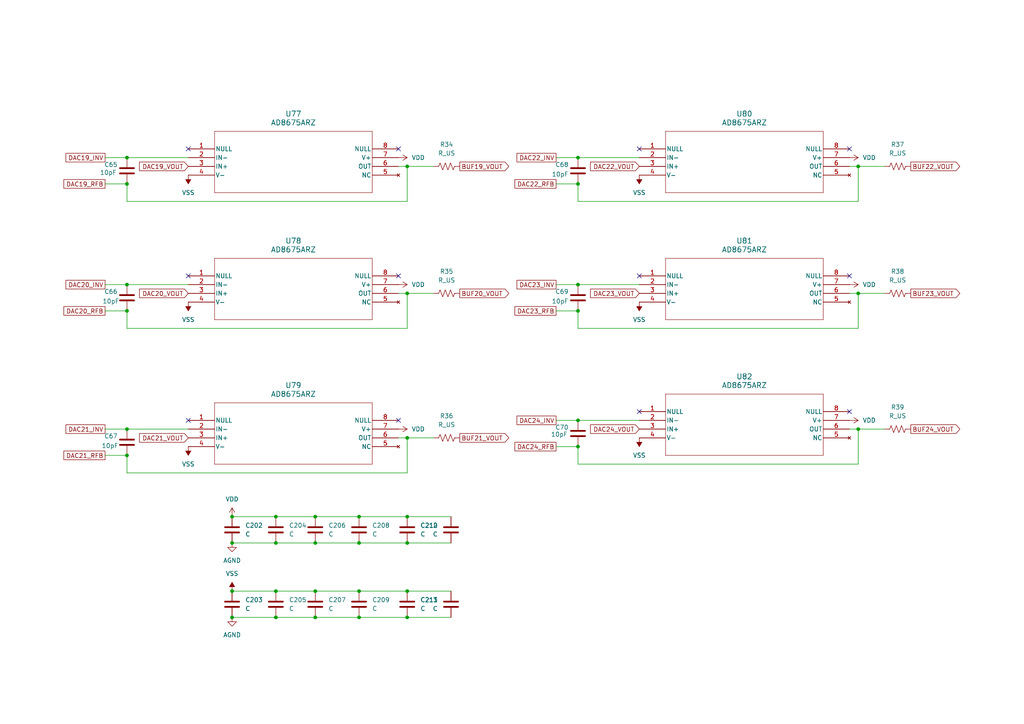
<source format=kicad_sch>
(kicad_sch (version 20250114) (generator "eeschema") (generator_version "9.0")
  (paper "A4")
  (lib_symbols
    (symbol "2025-11-19_01-14-20:AD8675ARZ" (pin_names (offset 0.254))
      (property "Reference" "U" (at 30.48 10.16 0))
      (property "Value" "AD8675ARZ" (at 30.48 7.62 0))
      (symbol "AD8675ARZ_0_1"
        (polyline (pts (xy 7.62 5.08) (xy 7.62 -12.7)) (stroke (width 0.127)))
        (polyline (pts (xy 7.62 -12.7) (xy 53.34 -12.7)) (stroke (width 0.127)))
        (polyline (pts (xy 53.34 5.08) (xy 7.62 5.08)) (stroke (width 0.127)))
        (polyline (pts (xy 53.34 -12.7) (xy 53.34 5.08)) (stroke (width 0.127)))
        (pin unspecified line (at 0 0 0) (length 7.62) (name "NULL") (number "1"))
        (pin input line (at 0 -2.54 0) (length 7.62) (name "IN-") (number "2"))
        (pin input line (at 0 -5.08 0) (length 7.62) (name "IN+") (number "3"))
        (pin power_in line (at 0 -7.62 0) (length 7.62) (name "V-") (number "4"))
        (pin unspecified line (at 60.96 0 180) (length 7.62) (name "NULL") (number "8"))
        (pin power_in line (at 60.96 -2.54 180) (length 7.62) (name "V+") (number "7"))
        (pin output line (at 60.96 -5.08 180) (length 7.62) (name "OUT") (number "6"))
        (pin no_connect line (at 60.96 -7.62 180) (length 7.62) (name "NC") (number "5"))
      )
    )
    (symbol "Device:C" (pin_numbers (hide yes)) (pin_names (offset 0.254))
      (property "Reference" "C" (at 0.635 2.54 0))
      (property "Value" "C" (at 0.635 -2.54 0))
      (symbol "C_0_1"
        (polyline (pts (xy -2.032 0.762) (xy 2.032 0.762)) (stroke (width 0.508)))
        (polyline (pts (xy -2.032 -0.762) (xy 2.032 -0.762)) (stroke (width 0.508)))
      )
      (symbol "C_1_1"
        (pin passive line (at 0 3.81 270) (length 2.794) (name "~") (number "1"))
        (pin passive line (at 0 -3.81 90) (length 2.794) (name "~") (number "2"))
      )
    )
    (symbol "Device:R_US" (pin_numbers (hide yes)) (pin_names (offset 0))
      (property "Reference" "R" (at 2.54 0 90))
      (property "Value" "R_US" (at -2.54 0 90))
      (symbol "R_US_0_1"
        (polyline (pts (xy 0 2.286) (xy 0 2.54)))
        (polyline (pts (xy 0 2.286) (xy 1.016 1.905) (xy 0 1.524) (xy -1.016 1.143) (xy 0 0.762)))
        (polyline (pts (xy 0 0.762) (xy 1.016 0.381) (xy 0 0) (xy -1.016 -0.381) (xy 0 -0.762)))
        (polyline (pts (xy 0 -0.762) (xy 1.016 -1.143) (xy 0 -1.524) (xy -1.016 -1.905) (xy 0 -2.286)))
        (polyline (pts (xy 0 -2.286) (xy 0 -2.54)))
      )
      (symbol "R_US_1_1"
        (pin passive line (at 0 3.81 270) (length 1.27) (name "~") (number "1"))
        (pin passive line (at 0 -3.81 90) (length 1.27) (name "~") (number "2"))
      )
    )
    (symbol "power:GND" (power) (pin_numbers (hide yes)) (pin_names (offset 0) (hide yes))
      (property "Value" "GND" (at 0 -3.81 0))
      (symbol "GND_0_1"
        (polyline (pts (xy 0 0) (xy 0 -1.27) (xy 1.27 -1.27) (xy 0 -2.54) (xy -1.27 -1.27) (xy 0 -1.27)))
      )
      (symbol "GND_1_1"
        (pin power_in line (at 0 0 270) (length 0) (name "~") (number "1"))
      )
    )
    (symbol "power:VDD" (power) (pin_numbers (hide yes)) (pin_names (offset 0) (hide yes))
      (property "Value" "VDD" (at 0 3.556 0))
      (symbol "VDD_0_1"
        (polyline (pts (xy -0.762 1.27) (xy 0 2.54)))
        (polyline (pts (xy 0 2.54) (xy 0.762 1.27)))
        (polyline (pts (xy 0 0) (xy 0 2.54)))
      )
      (symbol "VDD_1_1"
        (pin power_in line (at 0 0 90) (length 0) (name "~") (number "1"))
      )
    )
    (symbol "power:VSS" (power) (pin_numbers (hide yes)) (pin_names (offset 0) (hide yes))
      (property "Value" "VSS" (at 0 3.556 0))
      (symbol "VSS_0_1"
        (polyline (pts (xy 0 0) (xy 0 2.54)))
        (polyline (pts (xy 0.762 1.27) (xy -0.762 1.27) (xy 0 2.54) (xy 0.762 1.27)) (fill (type outline)))
      )
      (symbol "VSS_1_1"
        (pin power_in line (at 0 0 90) (length 0) (name "~") (number "1"))
      )
    )
  )
  (junction (at 248.92 48.26))
  (junction (at 104.14 179.07))
  (junction (at 167.64 121.92))
  (junction (at 248.92 85.09))
  (junction (at 104.14 149.86))
  (junction (at 67.31 179.07))
  (junction (at 36.83 53.34))
  (junction (at 118.11 171.45))
  (junction (at 36.83 45.72))
  (junction (at 91.44 179.07))
  (junction (at 118.11 149.86))
  (junction (at 67.31 171.45))
  (junction (at 36.83 90.17))
  (junction (at 80.01 149.86))
  (junction (at 248.92 124.46))
  (junction (at 167.64 53.34))
  (junction (at 80.01 179.07))
  (junction (at 36.83 82.55))
  (junction (at 67.31 157.48))
  (junction (at 91.44 149.86))
  (junction (at 118.11 157.48))
  (junction (at 36.83 124.46))
  (junction (at 91.44 171.45))
  (junction (at 167.64 82.55))
  (junction (at 104.14 157.48))
  (junction (at 118.11 48.26))
  (junction (at 36.83 132.08))
  (junction (at 167.64 90.17))
  (junction (at 80.01 157.48))
  (junction (at 167.64 45.72))
  (junction (at 104.14 171.45))
  (junction (at 167.64 129.54))
  (junction (at 118.11 179.07))
  (junction (at 118.11 127))
  (junction (at 118.11 85.09))
  (junction (at 91.44 157.48))
  (junction (at 80.01 171.45))
  (junction (at 67.31 149.86))
  (no_connect (at 185.42 43.18))
  (no_connect (at 54.61 121.92))
  (no_connect (at 115.57 80.01))
  (no_connect (at 115.57 43.18))
  (no_connect (at 246.38 80.01))
  (no_connect (at 246.38 43.18))
  (no_connect (at 54.61 80.01))
  (no_connect (at 185.42 119.38))
  (no_connect (at 246.38 119.38))
  (no_connect (at 54.61 43.18))
  (no_connect (at 115.57 121.92))
  (no_connect (at 185.42 80.01))
  (wire (pts (xy 91.44 149.86) (xy 104.14 149.86)))
  (wire (pts (xy 67.31 149.86) (xy 80.01 149.86)))
  (wire (pts (xy 118.11 85.09) (xy 125.73 85.09)))
  (wire (pts (xy 36.83 82.55) (xy 54.61 82.55)))
  (wire (pts (xy 91.44 157.48) (xy 104.14 157.48)))
  (wire (pts (xy 161.29 129.54) (xy 167.64 129.54)))
  (wire (pts (xy 30.48 124.46) (xy 36.83 124.46)))
  (wire (pts (xy 248.92 85.09) (xy 256.54 85.09)))
  (wire (pts (xy 118.11 58.42) (xy 118.11 48.26)))
  (wire (pts (xy 80.01 157.48) (xy 91.44 157.48)))
  (wire (pts (xy 248.92 95.25) (xy 248.92 85.09)))
  (wire (pts (xy 248.92 124.46) (xy 256.54 124.46)))
  (wire (pts (xy 30.48 132.08) (xy 36.83 132.08)))
  (wire (pts (xy 161.29 53.34) (xy 167.64 53.34)))
  (wire (pts (xy 36.83 45.72) (xy 54.61 45.72)))
  (wire (pts (xy 161.29 90.17) (xy 167.64 90.17)))
  (wire (pts (xy 167.64 82.55) (xy 185.42 82.55)))
  (wire (pts (xy 30.48 53.34) (xy 36.83 53.34)))
  (wire (pts (xy 161.29 45.72) (xy 167.64 45.72)))
  (wire (pts (xy 104.14 157.48) (xy 118.11 157.48)))
  (wire (pts (xy 248.92 134.62) (xy 248.92 124.46)))
  (wire (pts (xy 167.64 95.25) (xy 248.92 95.25)))
  (wire (pts (xy 118.11 48.26) (xy 115.57 48.26)))
  (wire (pts (xy 248.92 48.26) (xy 246.38 48.26)))
  (wire (pts (xy 30.48 82.55) (xy 36.83 82.55)))
  (wire (pts (xy 167.64 121.92) (xy 185.42 121.92)))
  (wire (pts (xy 91.44 171.45) (xy 104.14 171.45)))
  (wire (pts (xy 118.11 157.48) (xy 130.81 157.48)))
  (wire (pts (xy 118.11 149.86) (xy 130.81 149.86)))
  (wire (pts (xy 167.64 90.17) (xy 167.64 95.25)))
  (wire (pts (xy 167.64 129.54) (xy 167.64 134.62)))
  (wire (pts (xy 80.01 171.45) (xy 91.44 171.45)))
  (wire (pts (xy 67.31 171.45) (xy 80.01 171.45)))
  (wire (pts (xy 80.01 149.86) (xy 91.44 149.86)))
  (wire (pts (xy 118.11 137.16) (xy 118.11 127)))
  (wire (pts (xy 36.83 137.16) (xy 118.11 137.16)))
  (wire (pts (xy 104.14 179.07) (xy 118.11 179.07)))
  (wire (pts (xy 36.83 95.25) (xy 118.11 95.25)))
  (wire (pts (xy 248.92 85.09) (xy 246.38 85.09)))
  (wire (pts (xy 248.92 124.46) (xy 246.38 124.46)))
  (wire (pts (xy 91.44 179.07) (xy 104.14 179.07)))
  (wire (pts (xy 104.14 171.45) (xy 118.11 171.45)))
  (wire (pts (xy 118.11 171.45) (xy 130.81 171.45)))
  (wire (pts (xy 161.29 82.55) (xy 167.64 82.55)))
  (wire (pts (xy 36.83 58.42) (xy 118.11 58.42)))
  (wire (pts (xy 167.64 58.42) (xy 248.92 58.42)))
  (wire (pts (xy 118.11 95.25) (xy 118.11 85.09)))
  (wire (pts (xy 80.01 179.07) (xy 91.44 179.07)))
  (wire (pts (xy 161.29 121.92) (xy 167.64 121.92)))
  (wire (pts (xy 30.48 90.17) (xy 36.83 90.17)))
  (wire (pts (xy 118.11 127) (xy 115.57 127)))
  (wire (pts (xy 118.11 179.07) (xy 130.81 179.07)))
  (wire (pts (xy 118.11 48.26) (xy 125.73 48.26)))
  (wire (pts (xy 36.83 132.08) (xy 36.83 137.16)))
  (wire (pts (xy 36.83 90.17) (xy 36.83 95.25)))
  (wire (pts (xy 36.83 53.34) (xy 36.83 58.42)))
  (wire (pts (xy 30.48 45.72) (xy 36.83 45.72)))
  (wire (pts (xy 248.92 48.26) (xy 256.54 48.26)))
  (wire (pts (xy 118.11 127) (xy 125.73 127)))
  (wire (pts (xy 67.31 157.48) (xy 80.01 157.48)))
  (wire (pts (xy 118.11 85.09) (xy 115.57 85.09)))
  (wire (pts (xy 167.64 45.72) (xy 185.42 45.72)))
  (wire (pts (xy 36.83 124.46) (xy 54.61 124.46)))
  (wire (pts (xy 67.31 179.07) (xy 80.01 179.07)))
  (wire (pts (xy 248.92 58.42) (xy 248.92 48.26)))
  (wire (pts (xy 167.64 134.62) (xy 248.92 134.62)))
  (wire (pts (xy 167.64 53.34) (xy 167.64 58.42)))
  (wire (pts (xy 104.14 149.86) (xy 118.11 149.86)))
  (global_label "DAC20_RFB" (shape passive) (at 30.48 90.17 180) (property "Intersheetrefs" "${INTERSHEET_REFS}" (effects (hide yes))))
  (global_label "BUF23_VOUT" (shape output) (at 264.16 85.09 0) (property "Intersheetrefs" "${INTERSHEET_REFS}" (effects (hide yes))))
  (global_label "DAC19_VOUT" (shape input) (at 54.61 48.26 180) (property "Intersheetrefs" "${INTERSHEET_REFS}" (effects (hide yes))))
  (global_label "DAC19_INV" (shape passive) (at 30.48 45.72 180) (property "Intersheetrefs" "${INTERSHEET_REFS}" (effects (hide yes))))
  (global_label "DAC21_VOUT" (shape input) (at 54.61 127 180) (property "Intersheetrefs" "${INTERSHEET_REFS}" (effects (hide yes))))
  (global_label "DAC23_RFB" (shape passive) (at 161.29 90.17 180) (property "Intersheetrefs" "${INTERSHEET_REFS}" (effects (hide yes))))
  (global_label "DAC24_INV" (shape passive) (at 161.29 121.92 180) (property "Intersheetrefs" "${INTERSHEET_REFS}" (effects (hide yes))))
  (global_label "DAC21_INV" (shape passive) (at 30.48 124.46 180) (property "Intersheetrefs" "${INTERSHEET_REFS}" (effects (hide yes))))
  (global_label "BUF24_VOUT" (shape output) (at 264.16 124.46 0) (property "Intersheetrefs" "${INTERSHEET_REFS}" (effects (hide yes))))
  (global_label "DAC21_RFB" (shape passive) (at 30.48 132.08 180) (property "Intersheetrefs" "${INTERSHEET_REFS}" (effects (hide yes))))
  (global_label "DAC24_VOUT" (shape input) (at 185.42 124.46 180) (property "Intersheetrefs" "${INTERSHEET_REFS}" (effects (hide yes))))
  (global_label "DAC22_INV" (shape passive) (at 161.29 45.72 180) (property "Intersheetrefs" "${INTERSHEET_REFS}" (effects (hide yes))))
  (global_label "DAC19_RFB" (shape passive) (at 30.48 53.34 180) (property "Intersheetrefs" "${INTERSHEET_REFS}" (effects (hide yes))))
  (global_label "DAC22_RFB" (shape passive) (at 161.29 53.34 180) (property "Intersheetrefs" "${INTERSHEET_REFS}" (effects (hide yes))))
  (global_label "DAC20_INV" (shape passive) (at 30.48 82.55 180) (property "Intersheetrefs" "${INTERSHEET_REFS}" (effects (hide yes))))
  (global_label "DAC24_RFB" (shape passive) (at 161.29 129.54 180) (property "Intersheetrefs" "${INTERSHEET_REFS}" (effects (hide yes))))
  (global_label "BUF22_VOUT" (shape output) (at 264.16 48.26 0) (property "Intersheetrefs" "${INTERSHEET_REFS}" (effects (hide yes))))
  (global_label "BUF21_VOUT" (shape output) (at 133.35 127 0) (property "Intersheetrefs" "${INTERSHEET_REFS}" (effects (hide yes))))
  (global_label "DAC22_VOUT" (shape input) (at 185.42 48.26 180) (property "Intersheetrefs" "${INTERSHEET_REFS}" (effects (hide yes))))
  (global_label "BUF20_VOUT" (shape output) (at 133.35 85.09 0) (property "Intersheetrefs" "${INTERSHEET_REFS}" (effects (hide yes))))
  (global_label "DAC23_VOUT" (shape input) (at 185.42 85.09 180) (property "Intersheetrefs" "${INTERSHEET_REFS}" (effects (hide yes))))
  (global_label "DAC23_INV" (shape passive) (at 161.29 82.55 180) (property "Intersheetrefs" "${INTERSHEET_REFS}" (effects (hide yes))))
  (global_label "DAC20_VOUT" (shape input) (at 54.61 85.09 180) (property "Intersheetrefs" "${INTERSHEET_REFS}" (effects (hide yes))))
  (global_label "BUF19_VOUT" (shape output) (at 133.35 48.26 0) (property "Intersheetrefs" "${INTERSHEET_REFS}" (effects (hide yes))))
  (symbol (lib_id "Device:C") (at 104.14 175.26 0) (unit 1)
    (property "Reference" "C209" (at 107.95 173.9899 0) (effects (justify left)))
    (property "Value" "C" (at 107.95 176.5299 0) (effects (justify left)))
    (property "Footprint" "Capacitor_SMD:C_0402_1005Metric_Pad0.74x0.62mm_HandSolder" (effects (hide yes)))
    (property "Description" "Unpolarized capacitor" (effects (hide yes)))
  )
  (symbol (lib_id "Device:C") (at 67.31 175.26 0) (unit 1)
    (property "Reference" "C203" (at 71.12 173.9899 0) (effects (justify left)))
    (property "Value" "C" (at 71.12 176.5299 0) (effects (justify left)))
    (property "Footprint" "Capacitor_SMD:C_0402_1005Metric_Pad0.74x0.62mm_HandSolder" (effects (hide yes)))
    (property "Description" "Unpolarized capacitor" (effects (hide yes)))
  )
  (symbol (lib_id "Device:C") (at 80.01 153.67 0) (unit 1)
    (property "Reference" "C204" (at 83.82 152.3999 0) (effects (justify left)))
    (property "Value" "C" (at 83.82 154.9399 0) (effects (justify left)))
    (property "Footprint" "Capacitor_SMD:C_0402_1005Metric_Pad0.74x0.62mm_HandSolder" (effects (hide yes)))
    (property "Description" "Unpolarized capacitor" (effects (hide yes)))
  )
  (symbol (lib_id "power:GND") (at 67.31 179.07 0) (unit 1)
    (property "Reference" "#PWR0541" (effects (hide yes)))
    (property "Value" "AGND" (at 67.31 184.15 0))
    (property "Description" "Power symbol creates a global label with name \"GND\" , ground" (effects (hide yes)))
  )
  (symbol (lib_id "Device:C") (at 118.11 153.67 0) (unit 1)
    (property "Reference" "C210" (at 121.92 152.3999 0) (effects (justify left)))
    (property "Value" "C" (at 121.92 154.9399 0) (effects (justify left)))
    (property "Footprint" "Capacitor_SMD:C_0402_1005Metric_Pad0.74x0.62mm_HandSolder" (effects (hide yes)))
    (property "Description" "Unpolarized capacitor" (effects (hide yes)))
  )
  (symbol (lib_id "Device:R_US") (at 129.54 48.26 90) (unit 1)
    (property "Reference" "R34" (at 129.54 41.91 90))
    (property "Value" "R_US" (at 129.54 44.45 90))
    (property "Footprint" "Resistor_SMD:R_0805_2012Metric" (effects (hide yes)))
    (property "Description" "Resistor, US symbol" (effects (hide yes)))
  )
  (symbol (lib_id "power:GND") (at 67.31 157.48 0) (unit 1)
    (property "Reference" "#PWR0539" (effects (hide yes)))
    (property "Value" "AGND" (at 67.31 162.56 0))
    (property "Description" "Power symbol creates a global label with name \"GND\" , ground" (effects (hide yes)))
  )
  (symbol (lib_id "Device:C") (at 67.31 153.67 0) (unit 1)
    (property "Reference" "C202" (at 71.12 152.3999 0) (effects (justify left)))
    (property "Value" "C" (at 71.12 154.9399 0) (effects (justify left)))
    (property "Footprint" "Capacitor_SMD:C_0402_1005Metric_Pad0.74x0.62mm_HandSolder" (effects (hide yes)))
    (property "Description" "Unpolarized capacitor" (effects (hide yes)))
  )
  (symbol (lib_id "power:VSS") (at 67.31 171.45 0) (mirror y) (unit 1)
    (property "Reference" "#PWR0540" (effects (hide yes)))
    (property "Value" "VSS" (at 67.31 166.37 0))
    (property "Description" "Power symbol creates a global label with name \"VSS\"" (effects (hide yes)))
  )
  (symbol (lib_id "Device:R_US") (at 260.35 124.46 90) (unit 1)
    (property "Reference" "R39" (at 260.35 118.11 90))
    (property "Value" "R_US" (at 260.35 120.65 90))
    (property "Footprint" "Resistor_SMD:R_0805_2012Metric" (effects (hide yes)))
    (property "Description" "Resistor, US symbol" (effects (hide yes)))
  )
  (symbol (lib_id "Device:C") (at 36.83 86.36 0) (unit 1)
    (property "Reference" "C66" (at 30.226 84.582 0) (effects (justify left)))
    (property "Value" "10pF" (at 29.718 87.376 0) (effects (justify left)))
    (property "Footprint" "Capacitor_SMD:C_0603_1608Metric_Pad1.08x0.95mm_HandSolder" (effects (hide yes)))
    (property "Description" "Unpolarized capacitor" (effects (hide yes)))
  )
  (symbol (lib_id "Device:R_US") (at 129.54 127 90) (unit 1)
    (property "Reference" "R36" (at 129.54 120.65 90))
    (property "Value" "R_US" (at 129.54 123.19 90))
    (property "Footprint" "Resistor_SMD:R_0805_2012Metric" (effects (hide yes)))
    (property "Description" "Resistor, US symbol" (effects (hide yes)))
  )
  (symbol (lib_id "power:VDD") (at 115.57 45.72 270) (unit 1)
    (property "Reference" "#PWR0258" (effects (hide yes)))
    (property "Value" "VDD" (at 119.38 45.7199 90) (effects (justify left)))
    (property "Description" "Power symbol creates a global label with name \"VDD\"" (effects (hide yes)))
  )
  (symbol (lib_id "Device:C") (at 130.81 153.67 0) (mirror y) (unit 1)
    (property "Reference" "C212" (at 127 152.3999 0) (effects (justify left)))
    (property "Value" "C" (at 127 154.9399 0) (effects (justify left)))
    (property "Footprint" "Capacitor_SMD:C_0402_1005Metric_Pad0.74x0.62mm_HandSolder" (effects (hide yes)))
    (property "Description" "Unpolarized capacitor" (effects (hide yes)))
  )
  (symbol (lib_id "Device:C") (at 167.64 125.73 0) (unit 1)
    (property "Reference" "C70" (at 161.036 123.952 0) (effects (justify left)))
    (property "Value" "10pF" (at 159.766 125.984 0) (effects (justify left)))
    (property "Footprint" "Capacitor_SMD:C_0603_1608Metric_Pad1.08x0.95mm_HandSolder" (effects (hide yes)))
    (property "Description" "Unpolarized capacitor" (effects (hide yes)))
  )
  (symbol (lib_id "Device:C") (at 80.01 175.26 0) (unit 1)
    (property "Reference" "C205" (at 83.82 173.9899 0) (effects (justify left)))
    (property "Value" "C" (at 83.82 176.5299 0) (effects (justify left)))
    (property "Footprint" "Capacitor_SMD:C_0402_1005Metric_Pad0.74x0.62mm_HandSolder" (effects (hide yes)))
    (property "Description" "Unpolarized capacitor" (effects (hide yes)))
  )
  (symbol (lib_id "2025-11-19_01-14-20:AD8675ARZ") (at 54.61 80.01 0) (unit 1)
    (property "Reference" "U78" (at 85.09 69.85 0) (effects (font (size 1.524 1.524))))
    (property "Value" "AD8675ARZ" (at 85.09 72.39 0) (effects (font (size 1.524 1.524))))
    (property "Footprint" "Package_SO:SOIC-8_3.9x4.9mm_P1.27mm" (effects (hide yes)))
    (property "Datasheet" "https://www.analog.com/media/en/technical-documentation/data-sheets/AD8675.pdf" (effects (hide yes)))
  )
  (symbol (lib_id "Device:R_US") (at 260.35 48.26 90) (unit 1)
    (property "Reference" "R37" (at 260.35 41.91 90))
    (property "Value" "R_US" (at 260.35 44.45 90))
    (property "Footprint" "Resistor_SMD:R_0805_2012Metric" (effects (hide yes)))
    (property "Description" "Resistor, US symbol" (effects (hide yes)))
  )
  (symbol (lib_id "power:VSS") (at 185.42 87.63 0) (mirror x) (unit 1)
    (property "Reference" "#PWR0262" (effects (hide yes)))
    (property "Value" "VSS" (at 185.42 92.71 0))
    (property "Description" "Power symbol creates a global label with name \"VSS\"" (effects (hide yes)))
  )
  (symbol (lib_id "power:VDD") (at 246.38 82.55 270) (unit 1)
    (property "Reference" "#PWR0265" (effects (hide yes)))
    (property "Value" "VDD" (at 250.19 82.5499 90) (effects (justify left)))
    (property "Description" "Power symbol creates a global label with name \"VDD\"" (effects (hide yes)))
  )
  (symbol (lib_id "2025-11-19_01-14-20:AD8675ARZ") (at 54.61 121.92 0) (unit 1)
    (property "Reference" "U79" (at 85.09 111.76 0) (effects (font (size 1.524 1.524))))
    (property "Value" "AD8675ARZ" (at 85.09 114.3 0) (effects (font (size 1.524 1.524))))
    (property "Footprint" "Package_SO:SOIC-8_3.9x4.9mm_P1.27mm" (effects (hide yes)))
    (property "Datasheet" "https://www.analog.com/media/en/technical-documentation/data-sheets/AD8675.pdf" (effects (hide yes)))
  )
  (symbol (lib_id "Device:R_US") (at 260.35 85.09 90) (unit 1)
    (property "Reference" "R38" (at 260.35 78.74 90))
    (property "Value" "R_US" (at 260.35 81.28 90))
    (property "Footprint" "Resistor_SMD:R_0805_2012Metric" (effects (hide yes)))
    (property "Description" "Resistor, US symbol" (effects (hide yes)))
  )
  (symbol (lib_id "2025-11-19_01-14-20:AD8675ARZ") (at 185.42 119.38 0) (unit 1)
    (property "Reference" "U82" (at 215.9 109.22 0) (effects (font (size 1.524 1.524))))
    (property "Value" "AD8675ARZ" (at 215.9 111.76 0) (effects (font (size 1.524 1.524))))
    (property "Footprint" "Package_SO:SOIC-8_3.9x4.9mm_P1.27mm" (effects (hide yes)))
    (property "Datasheet" "https://www.analog.com/media/en/technical-documentation/data-sheets/AD8675.pdf" (effects (hide yes)))
  )
  (symbol (lib_id "power:VDD") (at 115.57 124.46 270) (unit 1)
    (property "Reference" "#PWR0260" (effects (hide yes)))
    (property "Value" "VDD" (at 119.38 124.4599 90) (effects (justify left)))
    (property "Description" "Power symbol creates a global label with name \"VDD\"" (effects (hide yes)))
  )
  (symbol (lib_id "power:VSS") (at 54.61 129.54 0) (mirror x) (unit 1)
    (property "Reference" "#PWR0257" (effects (hide yes)))
    (property "Value" "VSS" (at 54.61 134.62 0))
    (property "Description" "Power symbol creates a global label with name \"VSS\"" (effects (hide yes)))
  )
  (symbol (lib_id "power:VSS") (at 185.42 50.8 0) (mirror x) (unit 1)
    (property "Reference" "#PWR0261" (effects (hide yes)))
    (property "Value" "VSS" (at 185.42 55.88 0))
    (property "Description" "Power symbol creates a global label with name \"VSS\"" (effects (hide yes)))
  )
  (symbol (lib_id "Device:C") (at 167.64 86.36 0) (unit 1)
    (property "Reference" "C69" (at 161.036 84.582 0) (effects (justify left)))
    (property "Value" "10pF" (at 160.02 87.376 0) (effects (justify left)))
    (property "Footprint" "Capacitor_SMD:C_0603_1608Metric_Pad1.08x0.95mm_HandSolder" (effects (hide yes)))
    (property "Description" "Unpolarized capacitor" (effects (hide yes)))
  )
  (symbol (lib_id "power:VDD") (at 246.38 45.72 270) (unit 1)
    (property "Reference" "#PWR0264" (effects (hide yes)))
    (property "Value" "VDD" (at 250.19 45.7199 90) (effects (justify left)))
    (property "Description" "Power symbol creates a global label with name \"VDD\"" (effects (hide yes)))
  )
  (symbol (lib_id "power:VDD") (at 246.38 121.92 270) (unit 1)
    (property "Reference" "#PWR0266" (effects (hide yes)))
    (property "Value" "VDD" (at 250.19 121.9199 90) (effects (justify left)))
    (property "Description" "Power symbol creates a global label with name \"VDD\"" (effects (hide yes)))
  )
  (symbol (lib_id "Device:C") (at 167.64 49.53 0) (unit 1)
    (property "Reference" "C68" (at 161.036 47.752 0) (effects (justify left)))
    (property "Value" "10pF" (at 160.02 50.546 0) (effects (justify left)))
    (property "Footprint" "Capacitor_SMD:C_0603_1608Metric_Pad1.08x0.95mm_HandSolder" (effects (hide yes)))
    (property "Description" "Unpolarized capacitor" (effects (hide yes)))
  )
  (symbol (lib_id "Device:C") (at 36.83 128.27 0) (unit 1)
    (property "Reference" "C67" (at 30.226 126.492 0) (effects (justify left)))
    (property "Value" "10pF" (at 29.464 129.286 0) (effects (justify left)))
    (property "Footprint" "Capacitor_SMD:C_0603_1608Metric_Pad1.08x0.95mm_HandSolder" (effects (hide yes)))
    (property "Description" "Unpolarized capacitor" (effects (hide yes)))
  )
  (symbol (lib_id "Device:C") (at 130.81 175.26 0) (mirror y) (unit 1)
    (property "Reference" "C213" (at 127 173.9899 0) (effects (justify left)))
    (property "Value" "C" (at 127 176.5299 0) (effects (justify left)))
    (property "Footprint" "Capacitor_SMD:C_0402_1005Metric_Pad0.74x0.62mm_HandSolder" (effects (hide yes)))
    (property "Description" "Unpolarized capacitor" (effects (hide yes)))
  )
  (symbol (lib_id "power:VDD") (at 67.31 149.86 0) (unit 1)
    (property "Reference" "#PWR0538" (effects (hide yes)))
    (property "Value" "VDD" (at 67.31 144.78 0))
    (property "Description" "Power symbol creates a global label with name \"VDD\"" (effects (hide yes)))
  )
  (symbol (lib_id "power:VSS") (at 185.42 127 0) (mirror x) (unit 1)
    (property "Reference" "#PWR0263" (effects (hide yes)))
    (property "Value" "VSS" (at 185.42 132.08 0))
    (property "Description" "Power symbol creates a global label with name \"VSS\"" (effects (hide yes)))
  )
  (symbol (lib_id "Device:C") (at 118.11 175.26 0) (unit 1)
    (property "Reference" "C211" (at 121.92 173.9899 0) (effects (justify left)))
    (property "Value" "C" (at 121.92 176.5299 0) (effects (justify left)))
    (property "Footprint" "Capacitor_SMD:C_0402_1005Metric_Pad0.74x0.62mm_HandSolder" (effects (hide yes)))
    (property "Description" "Unpolarized capacitor" (effects (hide yes)))
  )
  (symbol (lib_id "2025-11-19_01-14-20:AD8675ARZ") (at 185.42 80.01 0) (unit 1)
    (property "Reference" "U81" (at 215.9 69.85 0) (effects (font (size 1.524 1.524))))
    (property "Value" "AD8675ARZ" (at 215.9 72.39 0) (effects (font (size 1.524 1.524))))
    (property "Footprint" "Package_SO:SOIC-8_3.9x4.9mm_P1.27mm" (effects (hide yes)))
    (property "Datasheet" "https://www.analog.com/media/en/technical-documentation/data-sheets/AD8675.pdf" (effects (hide yes)))
  )
  (symbol (lib_id "Device:R_US") (at 129.54 85.09 90) (unit 1)
    (property "Reference" "R35" (at 129.54 78.74 90))
    (property "Value" "R_US" (at 129.54 81.28 90))
    (property "Footprint" "Resistor_SMD:R_0805_2012Metric" (effects (hide yes)))
    (property "Description" "Resistor, US symbol" (effects (hide yes)))
  )
  (symbol (lib_id "Device:C") (at 36.83 49.53 0) (unit 1)
    (property "Reference" "C65" (at 30.226 47.752 0) (effects (justify left)))
    (property "Value" "10pF" (at 28.956 50.038 0) (effects (justify left)))
    (property "Footprint" "Capacitor_SMD:C_0603_1608Metric_Pad1.08x0.95mm_HandSolder" (effects (hide yes)))
    (property "Description" "Unpolarized capacitor" (effects (hide yes)))
  )
  (symbol (lib_id "Device:C") (at 91.44 153.67 0) (unit 1)
    (property "Reference" "C206" (at 95.25 152.3999 0) (effects (justify left)))
    (property "Value" "C" (at 95.25 154.9399 0) (effects (justify left)))
    (property "Footprint" "Capacitor_SMD:C_0402_1005Metric_Pad0.74x0.62mm_HandSolder" (effects (hide yes)))
    (property "Description" "Unpolarized capacitor" (effects (hide yes)))
  )
  (symbol (lib_id "power:VSS") (at 54.61 50.8 0) (mirror x) (unit 1)
    (property "Reference" "#PWR0255" (effects (hide yes)))
    (property "Value" "VSS" (at 54.61 55.88 0))
    (property "Description" "Power symbol creates a global label with name \"VSS\"" (effects (hide yes)))
  )
  (symbol (lib_id "2025-11-19_01-14-20:AD8675ARZ") (at 54.61 43.18 0) (unit 1)
    (property "Reference" "U77" (at 85.09 33.02 0) (effects (font (size 1.524 1.524))))
    (property "Value" "AD8675ARZ" (at 85.09 35.56 0) (effects (font (size 1.524 1.524))))
    (property "Footprint" "Package_SO:SOIC-8_3.9x4.9mm_P1.27mm" (effects (hide yes)))
    (property "Datasheet" "https://www.analog.com/media/en/technical-documentation/data-sheets/AD8675.pdf" (effects (hide yes)))
  )
  (symbol (lib_id "Device:C") (at 91.44 175.26 0) (unit 1)
    (property "Reference" "C207" (at 95.25 173.9899 0) (effects (justify left)))
    (property "Value" "C" (at 95.25 176.5299 0) (effects (justify left)))
    (property "Footprint" "Capacitor_SMD:C_0402_1005Metric_Pad0.74x0.62mm_HandSolder" (effects (hide yes)))
    (property "Description" "Unpolarized capacitor" (effects (hide yes)))
  )
  (symbol (lib_id "power:VDD") (at 115.57 82.55 270) (unit 1)
    (property "Reference" "#PWR0259" (effects (hide yes)))
    (property "Value" "VDD" (at 119.38 82.5499 90) (effects (justify left)))
    (property "Description" "Power symbol creates a global label with name \"VDD\"" (effects (hide yes)))
  )
  (symbol (lib_id "power:VSS") (at 54.61 87.63 0) (mirror x) (unit 1)
    (property "Reference" "#PWR0256" (effects (hide yes)))
    (property "Value" "VSS" (at 54.61 92.71 0))
    (property "Description" "Power symbol creates a global label with name \"VSS\"" (effects (hide yes)))
  )
  (symbol (lib_id "2025-11-19_01-14-20:AD8675ARZ") (at 185.42 43.18 0) (unit 1)
    (property "Reference" "U80" (at 215.9 33.02 0) (effects (font (size 1.524 1.524))))
    (property "Value" "AD8675ARZ" (at 215.9 35.56 0) (effects (font (size 1.524 1.524))))
    (property "Footprint" "Package_SO:SOIC-8_3.9x4.9mm_P1.27mm" (effects (hide yes)))
    (property "Datasheet" "https://www.analog.com/media/en/technical-documentation/data-sheets/AD8675.pdf" (effects (hide yes)))
  )
  (symbol (lib_id "Device:C") (at 104.14 153.67 0) (unit 1)
    (property "Reference" "C208" (at 107.95 152.3999 0) (effects (justify left)))
    (property "Value" "C" (at 107.95 154.9399 0) (effects (justify left)))
    (property "Footprint" "Capacitor_SMD:C_0402_1005Metric_Pad0.74x0.62mm_HandSolder" (effects (hide yes)))
    (property "Description" "Unpolarized capacitor" (effects (hide yes)))
  )
)
</source>
